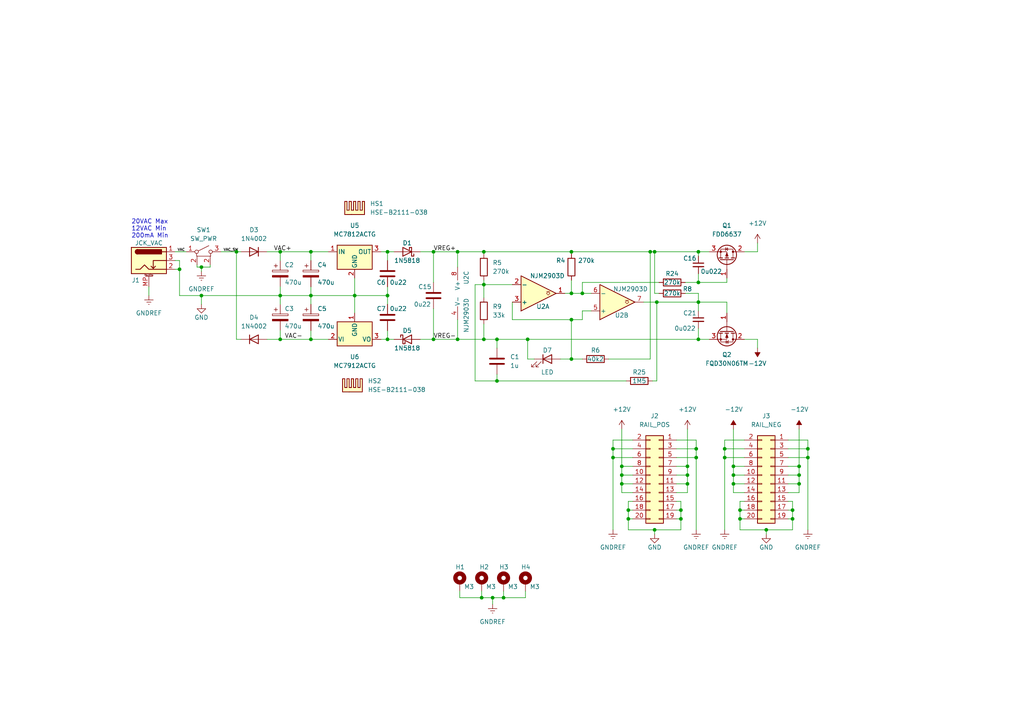
<source format=kicad_sch>
(kicad_sch (version 20211123) (generator eeschema)
  (paper "A4")
  (lib_symbols
    (symbol "Comparator:LM2903" (pin_names (offset 0.127))
      (property "Reference" "U" (at 3.81 3.81 0))
      (property "Value" "LM2903" (at 6.35 -3.81 0))
      (symbol "LM2903_1_1"
        (pin open_collector line (at 7.62 0 180) (length 2.54) (name "~") (number "1"))
        (pin input line (at -7.62 -2.54 0) (length 2.54) (name "-") (number "2"))
        (pin input line (at -7.62 2.54 0) (length 2.54) (name "+") (number "3"))
      )
      (symbol "LM2903_2_1"
        (pin input line (at -7.62 2.54 0) (length 2.54) (name "+") (number "5"))
        (pin input line (at -7.62 -2.54 0) (length 2.54) (name "-") (number "6"))
        (pin open_collector line (at 7.62 0 180) (length 2.54) (name "~") (number "7"))
      )
      (symbol "LM2903_3_1"
        (pin power_in line (at -2.54 -7.62 90) (length 3.81) (name "V-") (number "4"))
        (pin power_in line (at -2.54 7.62 270) (length 3.81) (name "V+") (number "8"))
      )
    )
    (symbol "Connector:Barrel_Jack_Switch_MountingPin" (pin_names hide)
      (property "Reference" "J" (at 0 5.334 0))
      (property "Value" "Barrel_Jack_Switch_MountingPin" (at 1.27 -6.35 0))
      (symbol "Barrel_Jack_Switch_MountingPin_1_1"
        (text "Mounting" (at 0 -4.191 0) (effects (font (size 0.381 0.381))))
        (pin passive line (at 7.62 2.54 180) (length 2.54) (name "~") (number "1"))
        (pin passive line (at 7.62 -2.54 180) (length 2.54) (name "~") (number "2"))
        (pin passive line (at 7.62 0 180) (length 2.54) (name "~") (number "3"))
        (pin passive line (at 0 -7.62 90) (length 3.048) (name "MountPin") (number "MP"))
      )
    )
    (symbol "Connector_Generic:Conn_02x10_Odd_Even" (pin_names (offset 1.016) hide)
      (property "Reference" "J" (at 1.27 12.7 0))
      (property "Value" "Conn_02x10_Odd_Even" (at 1.27 -15.24 0))
      (symbol "Conn_02x10_Odd_Even_1_1"
        (pin passive line (at -5.08 10.16 0) (length 3.81) (name "Pin_1") (number "1"))
        (pin passive line (at 7.62 0 180) (length 3.81) (name "Pin_10") (number "10"))
        (pin passive line (at -5.08 -2.54 0) (length 3.81) (name "Pin_11") (number "11"))
        (pin passive line (at 7.62 -2.54 180) (length 3.81) (name "Pin_12") (number "12"))
        (pin passive line (at -5.08 -5.08 0) (length 3.81) (name "Pin_13") (number "13"))
        (pin passive line (at 7.62 -5.08 180) (length 3.81) (name "Pin_14") (number "14"))
        (pin passive line (at -5.08 -7.62 0) (length 3.81) (name "Pin_15") (number "15"))
        (pin passive line (at 7.62 -7.62 180) (length 3.81) (name "Pin_16") (number "16"))
        (pin passive line (at -5.08 -10.16 0) (length 3.81) (name "Pin_17") (number "17"))
        (pin passive line (at 7.62 -10.16 180) (length 3.81) (name "Pin_18") (number "18"))
        (pin passive line (at -5.08 -12.7 0) (length 3.81) (name "Pin_19") (number "19"))
        (pin passive line (at 7.62 10.16 180) (length 3.81) (name "Pin_2") (number "2"))
        (pin passive line (at 7.62 -12.7 180) (length 3.81) (name "Pin_20") (number "20"))
        (pin passive line (at -5.08 7.62 0) (length 3.81) (name "Pin_3") (number "3"))
        (pin passive line (at 7.62 7.62 180) (length 3.81) (name "Pin_4") (number "4"))
        (pin passive line (at -5.08 5.08 0) (length 3.81) (name "Pin_5") (number "5"))
        (pin passive line (at 7.62 5.08 180) (length 3.81) (name "Pin_6") (number "6"))
        (pin passive line (at -5.08 2.54 0) (length 3.81) (name "Pin_7") (number "7"))
        (pin passive line (at 7.62 2.54 180) (length 3.81) (name "Pin_8") (number "8"))
        (pin passive line (at -5.08 0 0) (length 3.81) (name "Pin_9") (number "9"))
      )
    )
    (symbol "Device:C" (pin_numbers hide) (pin_names (offset 0.254))
      (property "Reference" "C" (at 0.635 2.54 0))
      (property "Value" "C" (at 0.635 -2.54 0))
      (symbol "C_1_1"
        (pin passive line (at 0 3.81 270) (length 2.794) (name "~") (number "1"))
        (pin passive line (at 0 -3.81 90) (length 2.794) (name "~") (number "2"))
      )
    )
    (symbol "Device:C_Polarized" (pin_numbers hide) (pin_names (offset 0.254))
      (property "Reference" "C" (at 0.635 2.54 0))
      (property "Value" "C_Polarized" (at 0.635 -2.54 0))
      (symbol "C_Polarized_1_1"
        (pin passive line (at 0 3.81 270) (length 2.794) (name "~") (number "1"))
        (pin passive line (at 0 -3.81 90) (length 2.794) (name "~") (number "2"))
      )
    )
    (symbol "Device:C_Small" (pin_numbers hide) (pin_names (offset 0.254) hide)
      (property "Reference" "C" (at 0.254 1.778 0))
      (property "Value" "C_Small" (at 0.254 -2.032 0))
      (symbol "C_Small_1_1"
        (pin passive line (at 0 2.54 270) (length 2.032) (name "~") (number "1"))
        (pin passive line (at 0 -2.54 90) (length 2.032) (name "~") (number "2"))
      )
    )
    (symbol "Device:LED" (pin_numbers hide) (pin_names (offset 1.016) hide)
      (property "Reference" "D" (at 0 2.54 0))
      (property "Value" "LED" (at 0 -2.54 0))
      (symbol "LED_1_1"
        (pin passive line (at -3.81 0 0) (length 2.54) (name "K") (number "1"))
        (pin passive line (at 3.81 0 180) (length 2.54) (name "A") (number "2"))
      )
    )
    (symbol "Device:Q_NMOS_GDS" (pin_names (offset 0) hide)
      (property "Reference" "Q" (at 5.08 1.27 0))
      (property "Value" "Q_NMOS_GDS" (at 5.08 -1.27 0))
      (symbol "Q_NMOS_GDS_1_1"
        (pin input line (at -5.08 0 0) (length 2.54) (name "G") (number "1"))
        (pin passive line (at 2.54 5.08 270) (length 2.54) (name "D") (number "2"))
        (pin passive line (at 2.54 -5.08 90) (length 2.54) (name "S") (number "3"))
      )
    )
    (symbol "Device:Q_PMOS_GDS" (pin_names (offset 0) hide)
      (property "Reference" "Q" (at 5.08 1.27 0))
      (property "Value" "Q_PMOS_GDS" (at 5.08 -1.27 0))
      (symbol "Q_PMOS_GDS_1_1"
        (pin input line (at -5.08 0 0) (length 2.54) (name "G") (number "1"))
        (pin passive line (at 2.54 5.08 270) (length 2.54) (name "D") (number "2"))
        (pin passive line (at 2.54 -5.08 90) (length 2.54) (name "S") (number "3"))
      )
    )
    (symbol "Device:R" (pin_numbers hide) (pin_names (offset 0))
      (property "Reference" "R" (at 2.032 0 90))
      (property "Value" "R" (at 0 0 90))
      (symbol "R_1_1"
        (pin passive line (at 0 3.81 270) (length 1.27) (name "~") (number "1"))
        (pin passive line (at 0 -3.81 90) (length 1.27) (name "~") (number "2"))
      )
    )
    (symbol "Diode:1N4002" (pin_numbers hide) (pin_names hide)
      (property "Reference" "D" (at 0 2.54 0))
      (property "Value" "1N4002" (at 0 -2.54 0))
      (symbol "1N4002_1_1"
        (pin passive line (at -3.81 0 0) (length 2.54) (name "K") (number "1"))
        (pin passive line (at 3.81 0 180) (length 2.54) (name "A") (number "2"))
      )
    )
    (symbol "Diode:1N5818" (pin_numbers hide) (pin_names (offset 1.016) hide)
      (property "Reference" "D" (at 0 2.54 0))
      (property "Value" "1N5818" (at 0 -2.54 0))
      (symbol "1N5818_1_1"
        (pin passive line (at -3.81 0 0) (length 2.54) (name "K") (number "1"))
        (pin passive line (at 3.81 0 180) (length 2.54) (name "A") (number "2"))
      )
    )
    (symbol "Mechanical:Heatsink" (pin_names (offset 1.016))
      (property "Reference" "HS" (at 0 5.08 0))
      (property "Value" "Heatsink" (at 0 -1.27 0))
    )
    (symbol "Mechanical:MountingHole_Pad" (pin_numbers hide) (pin_names (offset 1.016) hide)
      (property "Reference" "H" (at 0 6.35 0))
      (property "Value" "MountingHole_Pad" (at 0 4.445 0))
      (symbol "MountingHole_Pad_1_1"
        (pin input line (at 0 -2.54 90) (length 2.54) (name "1") (number "1"))
      )
    )
    (symbol "Regulator_Linear:L7812" (pin_names (offset 0.254))
      (property "Reference" "U" (at -3.81 3.175 0))
      (property "Value" "L7812" (at 0 3.175 0))
      (symbol "L7812_1_1"
        (pin power_in line (at -7.62 0 0) (length 2.54) (name "IN") (number "1"))
        (pin power_in line (at 0 -7.62 90) (length 2.54) (name "GND") (number "2"))
        (pin power_out line (at 7.62 0 180) (length 2.54) (name "OUT") (number "3"))
      )
    )
    (symbol "Regulator_Linear:L7912" (pin_names (offset 0.254))
      (property "Reference" "U" (at -3.81 -3.175 0))
      (property "Value" "L7912" (at 0 -3.175 0))
      (symbol "L7912_1_1"
        (pin power_in line (at 0 7.62 270) (length 2.54) (name "GND") (number "1"))
        (pin power_in line (at -7.62 0 0) (length 2.54) (name "VI") (number "2"))
        (pin power_out line (at 7.62 0 180) (length 2.54) (name "VO") (number "3"))
      )
    )
    (symbol "Switch:SW_SPST" (pin_names (offset 0) hide)
      (property "Reference" "SW1" (at 0 6.35 0))
      (property "Value" "SW_PWR" (at 0 3.81 0))
      (symbol "SW_SPST_0_0"
        (pin passive line (at 1.905 -3.81 90) (length 2.54) (name "MP") (number "2"))
        (pin passive line (at 5.08 0 180) (length 2.54) (name "B") (number "3"))
      )
      (symbol "SW_SPST_1_1"
        (pin passive line (at -5.08 0 0) (length 2.54) (name "A") (number "1"))
        (pin passive line (at -1.905 -3.81 90) (length 2.54) (name "MP") (number "2"))
      )
    )
    (symbol "power:+12V" (power) (pin_names (offset 0))
      (property "Value" "+12V" (at 0 3.556 0))
      (symbol "+12V_1_1"
        (pin power_in line (at 0 0 90) (length 0) hide (name "+12V") (number "1"))
      )
    )
    (symbol "power:-12V" (power) (pin_names (offset 0))
      (property "Value" "-12V" (at 0 3.81 0))
      (symbol "-12V_0_0"
        (pin power_in line (at 0 0 90) (length 0) hide (name "-12V") (number "1"))
      )
    )
    (symbol "power:GND" (power) (pin_names (offset 0))
      (property "Value" "GND" (at 0 -3.81 0))
      (symbol "GND_1_1"
        (pin power_in line (at 0 0 270) (length 0) hide (name "GND") (number "1"))
      )
    )
    (symbol "power:GNDREF" (power) (pin_names (offset 0))
      (property "Value" "GNDREF" (at 0 -3.81 0))
      (symbol "GNDREF_1_1"
        (pin power_in line (at 0 0 270) (length 0) hide (name "GNDREF") (number "1"))
      )
    )
  )
  (junction (at 180.34 137.795))
  (junction (at 188.595 73.025))
  (junction (at 177.8 132.715))
  (junction (at 189.865 73.025))
  (junction (at 90.17 73.025))
  (junction (at 202.565 81.915))
  (junction (at 144.145 98.425))
  (junction (at 202.565 87.63))
  (junction (at 153.035 98.425))
  (junction (at 139.7 173.355))
  (junction (at 231.775 135.255))
  (junction (at 214.63 150.495))
  (junction (at 165.735 92.71))
  (junction (at 197.485 147.955))
  (junction (at 182.245 147.955))
  (junction (at 197.485 150.495))
  (junction (at 189.865 153.67))
  (junction (at 212.725 140.335))
  (junction (at 140.335 73.025))
  (junction (at 210.185 130.175))
  (junction (at 182.245 150.495))
  (junction (at 144.145 110.49))
  (junction (at 58.42 77.47))
  (junction (at 201.93 132.715))
  (junction (at 180.34 140.335))
  (junction (at 180.34 135.255))
  (junction (at 90.17 85.725))
  (junction (at 90.17 98.425))
  (junction (at 52.07 78.105))
  (junction (at 68.58 73.025))
  (junction (at 102.87 85.725))
  (junction (at 58.42 85.725))
  (junction (at 165.735 85.09))
  (junction (at 146.05 173.355))
  (junction (at 222.25 153.67))
  (junction (at 202.565 98.425))
  (junction (at 168.91 85.09))
  (junction (at 112.395 73.025))
  (junction (at 212.725 137.795))
  (junction (at 199.39 140.335))
  (junction (at 140.335 98.425))
  (junction (at 212.725 135.255))
  (junction (at 132.715 73.025))
  (junction (at 112.395 85.725))
  (junction (at 201.93 130.175))
  (junction (at 81.28 73.025))
  (junction (at 229.87 147.955))
  (junction (at 132.715 98.425))
  (junction (at 231.775 137.795))
  (junction (at 125.73 73.025))
  (junction (at 112.395 98.425))
  (junction (at 81.28 98.425))
  (junction (at 229.87 150.495))
  (junction (at 190.5 87.63))
  (junction (at 210.185 132.715))
  (junction (at 234.315 130.175))
  (junction (at 140.335 82.55))
  (junction (at 214.63 147.955))
  (junction (at 199.39 137.795))
  (junction (at 177.8 130.175))
  (junction (at 81.28 85.725))
  (junction (at 142.875 173.355))
  (junction (at 199.39 135.255))
  (junction (at 165.735 104.14))
  (junction (at 231.775 140.335))
  (junction (at 165.735 73.025))
  (junction (at 234.315 132.715))
  (junction (at 125.73 98.425))
  (junction (at 202.565 73.025))
  (wire (pts (xy 144.145 110.49) (xy 137.795 110.49)))
  (wire (pts (xy 212.725 137.795) (xy 215.9 137.795)))
  (wire (pts (xy 112.395 83.185) (xy 112.395 85.725)))
  (wire (pts (xy 234.315 127.635) (xy 234.315 130.175)))
  (wire (pts (xy 201.93 130.175) (xy 196.215 130.175)))
  (wire (pts (xy 60.96 77.47) (xy 58.42 77.47)))
  (wire (pts (xy 210.185 127.635) (xy 210.185 130.175)))
  (wire (pts (xy 219.71 98.425) (xy 219.71 100.965)))
  (wire (pts (xy 182.245 153.67) (xy 189.865 153.67)))
  (wire (pts (xy 182.245 145.415) (xy 182.245 147.955)))
  (wire (pts (xy 229.87 145.415) (xy 229.87 147.955)))
  (wire (pts (xy 228.6 140.335) (xy 231.775 140.335)))
  (wire (pts (xy 202.565 79.375) (xy 202.565 81.915)))
  (wire (pts (xy 81.28 85.725) (xy 81.28 88.265)))
  (wire (pts (xy 139.7 171.45) (xy 139.7 173.355)))
  (wire (pts (xy 162.56 104.14) (xy 165.735 104.14)))
  (wire (pts (xy 212.725 142.875) (xy 212.725 140.335)))
  (wire (pts (xy 234.315 132.715) (xy 228.6 132.715)))
  (wire (pts (xy 132.715 98.425) (xy 125.73 98.425)))
  (wire (pts (xy 219.71 70.485) (xy 219.71 73.025)))
  (wire (pts (xy 210.82 80.645) (xy 210.82 81.915)))
  (wire (pts (xy 102.87 85.725) (xy 102.87 90.805)))
  (wire (pts (xy 132.715 73.025) (xy 125.73 73.025)))
  (wire (pts (xy 229.87 147.955) (xy 229.87 150.495)))
  (wire (pts (xy 212.725 135.255) (xy 215.9 135.255)))
  (wire (pts (xy 229.87 153.67) (xy 222.25 153.67)))
  (wire (pts (xy 112.395 85.725) (xy 112.395 88.265)))
  (wire (pts (xy 215.9 98.425) (xy 219.71 98.425)))
  (wire (pts (xy 140.335 73.66) (xy 140.335 73.025)))
  (wire (pts (xy 50.8 75.565) (xy 52.07 75.565)))
  (wire (pts (xy 214.63 153.67) (xy 222.25 153.67)))
  (wire (pts (xy 199.39 135.255) (xy 199.39 124.46)))
  (wire (pts (xy 125.73 73.025) (xy 121.92 73.025)))
  (wire (pts (xy 199.39 140.335) (xy 199.39 137.795)))
  (wire (pts (xy 140.335 73.025) (xy 165.735 73.025)))
  (wire (pts (xy 152.4 173.355) (xy 152.4 171.45)))
  (wire (pts (xy 212.725 140.335) (xy 212.725 137.795)))
  (wire (pts (xy 90.17 85.725) (xy 90.17 88.265)))
  (wire (pts (xy 90.17 73.025) (xy 90.17 75.565)))
  (wire (pts (xy 57.15 76.835) (xy 57.15 77.47)))
  (wire (pts (xy 212.725 135.255) (xy 212.725 124.46)))
  (wire (pts (xy 50.8 73.025) (xy 53.975 73.025)))
  (wire (pts (xy 153.035 104.14) (xy 153.035 98.425)))
  (wire (pts (xy 177.8 132.715) (xy 177.8 153.67)))
  (wire (pts (xy 196.215 135.255) (xy 199.39 135.255)))
  (wire (pts (xy 186.69 87.63) (xy 190.5 87.63)))
  (wire (pts (xy 228.6 150.495) (xy 229.87 150.495)))
  (wire (pts (xy 133.35 173.355) (xy 139.7 173.355)))
  (wire (pts (xy 214.63 150.495) (xy 215.9 150.495)))
  (wire (pts (xy 125.73 73.025) (xy 125.73 81.915)))
  (wire (pts (xy 215.9 73.025) (xy 219.71 73.025)))
  (wire (pts (xy 197.485 150.495) (xy 197.485 153.67)))
  (wire (pts (xy 140.335 73.025) (xy 132.715 73.025)))
  (wire (pts (xy 68.58 98.425) (xy 69.85 98.425)))
  (wire (pts (xy 180.34 142.875) (xy 180.34 140.335)))
  (wire (pts (xy 137.795 110.49) (xy 137.795 82.55)))
  (wire (pts (xy 188.595 73.025) (xy 188.595 104.14)))
  (wire (pts (xy 202.565 87.63) (xy 210.82 87.63)))
  (wire (pts (xy 201.93 127.635) (xy 201.93 130.175)))
  (wire (pts (xy 168.91 90.17) (xy 171.45 90.17)))
  (wire (pts (xy 231.775 142.875) (xy 231.775 140.335)))
  (wire (pts (xy 177.8 132.715) (xy 183.515 132.715)))
  (wire (pts (xy 148.59 87.63) (xy 148.59 92.71)))
  (wire (pts (xy 177.8 130.175) (xy 177.8 132.715)))
  (wire (pts (xy 196.215 140.335) (xy 199.39 140.335)))
  (wire (pts (xy 132.715 77.47) (xy 132.715 73.025)))
  (wire (pts (xy 198.755 85.09) (xy 202.565 85.09)))
  (wire (pts (xy 50.8 78.105) (xy 52.07 78.105)))
  (wire (pts (xy 180.34 137.795) (xy 180.34 135.255)))
  (wire (pts (xy 165.735 104.14) (xy 168.91 104.14)))
  (wire (pts (xy 144.145 100.965) (xy 144.145 98.425)))
  (wire (pts (xy 180.34 135.255) (xy 183.515 135.255)))
  (wire (pts (xy 165.735 73.025) (xy 165.735 73.66)))
  (wire (pts (xy 210.185 130.175) (xy 215.9 130.175)))
  (wire (pts (xy 202.565 73.025) (xy 205.74 73.025)))
  (wire (pts (xy 110.49 73.025) (xy 112.395 73.025)))
  (wire (pts (xy 222.25 154.94) (xy 222.25 153.67)))
  (wire (pts (xy 112.395 73.025) (xy 114.3 73.025)))
  (wire (pts (xy 142.875 173.355) (xy 142.875 175.26)))
  (wire (pts (xy 60.96 76.835) (xy 60.96 77.47)))
  (wire (pts (xy 144.145 98.425) (xy 153.035 98.425)))
  (wire (pts (xy 228.6 147.955) (xy 229.87 147.955)))
  (wire (pts (xy 176.53 104.14) (xy 188.595 104.14)))
  (wire (pts (xy 210.185 132.715) (xy 215.9 132.715)))
  (wire (pts (xy 58.42 85.725) (xy 81.28 85.725)))
  (wire (pts (xy 168.91 92.71) (xy 168.91 90.17)))
  (wire (pts (xy 189.23 110.49) (xy 190.5 110.49)))
  (wire (pts (xy 168.91 81.915) (xy 168.91 85.09)))
  (wire (pts (xy 190.5 87.63) (xy 202.565 87.63)))
  (wire (pts (xy 102.87 85.725) (xy 112.395 85.725)))
  (wire (pts (xy 133.35 171.45) (xy 133.35 173.355)))
  (wire (pts (xy 210.185 132.715) (xy 210.185 153.67)))
  (wire (pts (xy 110.49 98.425) (xy 112.395 98.425)))
  (wire (pts (xy 68.58 73.025) (xy 68.58 98.425)))
  (wire (pts (xy 201.93 132.715) (xy 196.215 132.715)))
  (wire (pts (xy 43.18 83.185) (xy 43.18 85.725)))
  (wire (pts (xy 196.215 142.875) (xy 199.39 142.875)))
  (wire (pts (xy 58.42 85.725) (xy 58.42 88.265)))
  (wire (pts (xy 229.87 150.495) (xy 229.87 153.67)))
  (wire (pts (xy 144.145 110.49) (xy 181.61 110.49)))
  (wire (pts (xy 189.865 73.025) (xy 202.565 73.025)))
  (wire (pts (xy 202.565 85.09) (xy 202.565 87.63)))
  (wire (pts (xy 231.775 137.795) (xy 231.775 135.255)))
  (wire (pts (xy 90.17 95.885) (xy 90.17 98.425)))
  (wire (pts (xy 148.59 92.71) (xy 165.735 92.71)))
  (wire (pts (xy 199.39 142.875) (xy 199.39 140.335)))
  (wire (pts (xy 139.7 173.355) (xy 142.875 173.355)))
  (wire (pts (xy 202.565 98.425) (xy 205.74 98.425)))
  (wire (pts (xy 165.735 92.71) (xy 168.91 92.71)))
  (wire (pts (xy 180.34 140.335) (xy 180.34 137.795)))
  (wire (pts (xy 234.315 130.175) (xy 234.315 132.715)))
  (wire (pts (xy 228.6 142.875) (xy 231.775 142.875)))
  (wire (pts (xy 180.34 140.335) (xy 183.515 140.335)))
  (wire (pts (xy 102.87 80.645) (xy 102.87 85.725)))
  (wire (pts (xy 177.8 130.175) (xy 183.515 130.175)))
  (wire (pts (xy 215.9 142.875) (xy 212.725 142.875)))
  (wire (pts (xy 214.63 150.495) (xy 214.63 153.67)))
  (wire (pts (xy 231.775 140.335) (xy 231.775 137.795)))
  (wire (pts (xy 198.755 81.915) (xy 202.565 81.915)))
  (wire (pts (xy 182.245 147.955) (xy 182.245 150.495)))
  (wire (pts (xy 214.63 147.955) (xy 215.9 147.955)))
  (wire (pts (xy 197.485 153.67) (xy 189.865 153.67)))
  (wire (pts (xy 215.9 127.635) (xy 210.185 127.635)))
  (wire (pts (xy 180.34 135.255) (xy 180.34 124.46)))
  (wire (pts (xy 189.865 154.94) (xy 189.865 153.67)))
  (wire (pts (xy 58.42 85.725) (xy 52.07 85.725)))
  (wire (pts (xy 132.715 92.71) (xy 132.715 98.425)))
  (wire (pts (xy 81.28 95.885) (xy 81.28 98.425)))
  (wire (pts (xy 81.28 85.725) (xy 90.17 85.725)))
  (wire (pts (xy 58.42 77.47) (xy 57.15 77.47)))
  (wire (pts (xy 183.515 127.635) (xy 177.8 127.635)))
  (wire (pts (xy 81.28 98.425) (xy 90.17 98.425)))
  (wire (pts (xy 183.515 145.415) (xy 182.245 145.415)))
  (wire (pts (xy 140.335 82.55) (xy 148.59 82.55)))
  (wire (pts (xy 196.215 150.495) (xy 197.485 150.495)))
  (wire (pts (xy 90.17 83.185) (xy 90.17 85.725)))
  (wire (pts (xy 90.17 98.425) (xy 95.25 98.425)))
  (wire (pts (xy 214.63 147.955) (xy 214.63 150.495)))
  (wire (pts (xy 77.47 98.425) (xy 81.28 98.425)))
  (wire (pts (xy 196.215 127.635) (xy 201.93 127.635)))
  (wire (pts (xy 146.05 171.45) (xy 146.05 173.355)))
  (wire (pts (xy 212.725 137.795) (xy 212.725 135.255)))
  (wire (pts (xy 144.145 98.425) (xy 140.335 98.425)))
  (wire (pts (xy 64.135 73.025) (xy 68.58 73.025)))
  (wire (pts (xy 112.395 95.885) (xy 112.395 98.425)))
  (wire (pts (xy 153.035 98.425) (xy 202.565 98.425)))
  (wire (pts (xy 210.185 130.175) (xy 210.185 132.715)))
  (wire (pts (xy 58.42 77.47) (xy 58.42 78.74)))
  (wire (pts (xy 140.335 98.425) (xy 132.715 98.425)))
  (wire (pts (xy 140.335 82.55) (xy 140.335 86.36)))
  (wire (pts (xy 228.6 145.415) (xy 229.87 145.415)))
  (wire (pts (xy 189.865 73.025) (xy 189.865 85.09)))
  (wire (pts (xy 81.28 83.185) (xy 81.28 85.725)))
  (wire (pts (xy 190.5 110.49) (xy 190.5 87.63)))
  (wire (pts (xy 165.735 73.025) (xy 188.595 73.025)))
  (wire (pts (xy 168.91 81.915) (xy 191.135 81.915)))
  (wire (pts (xy 125.73 98.425) (xy 121.92 98.425)))
  (wire (pts (xy 202.565 95.25) (xy 202.565 98.425)))
  (wire (pts (xy 197.485 145.415) (xy 197.485 147.955)))
  (wire (pts (xy 196.215 137.795) (xy 199.39 137.795)))
  (wire (pts (xy 228.6 137.795) (xy 231.775 137.795)))
  (wire (pts (xy 188.595 73.025) (xy 189.865 73.025)))
  (wire (pts (xy 177.8 127.635) (xy 177.8 130.175)))
  (wire (pts (xy 165.735 92.71) (xy 165.735 104.14)))
  (wire (pts (xy 197.485 147.955) (xy 197.485 150.495)))
  (wire (pts (xy 182.245 150.495) (xy 183.515 150.495)))
  (wire (pts (xy 215.9 145.415) (xy 214.63 145.415)))
  (wire (pts (xy 90.17 85.725) (xy 102.87 85.725)))
  (wire (pts (xy 202.565 87.63) (xy 202.565 90.17)))
  (wire (pts (xy 112.395 98.425) (xy 114.3 98.425)))
  (wire (pts (xy 137.795 82.55) (xy 140.335 82.55)))
  (wire (pts (xy 202.565 81.915) (xy 210.82 81.915)))
  (wire (pts (xy 231.775 135.255) (xy 231.775 124.46)))
  (wire (pts (xy 214.63 145.415) (xy 214.63 147.955)))
  (wire (pts (xy 165.735 81.28) (xy 165.735 85.09)))
  (wire (pts (xy 228.6 135.255) (xy 231.775 135.255)))
  (wire (pts (xy 125.73 89.535) (xy 125.73 98.425)))
  (wire (pts (xy 81.28 73.025) (xy 90.17 73.025)))
  (wire (pts (xy 140.335 81.28) (xy 140.335 82.55)))
  (wire (pts (xy 140.335 93.98) (xy 140.335 98.425)))
  (wire (pts (xy 168.91 85.09) (xy 171.45 85.09)))
  (wire (pts (xy 154.94 104.14) (xy 153.035 104.14)))
  (wire (pts (xy 196.215 147.955) (xy 197.485 147.955)))
  (wire (pts (xy 165.735 85.09) (xy 168.91 85.09)))
  (wire (pts (xy 77.47 73.025) (xy 81.28 73.025)))
  (wire (pts (xy 182.245 150.495) (xy 182.245 153.67)))
  (wire (pts (xy 68.58 73.025) (xy 69.85 73.025)))
  (wire (pts (xy 202.565 73.025) (xy 202.565 74.295)))
  (wire (pts (xy 201.93 132.715) (xy 201.93 153.67)))
  (wire (pts (xy 52.07 85.725) (xy 52.07 78.105)))
  (wire (pts (xy 90.17 73.025) (xy 95.25 73.025)))
  (wire (pts (xy 182.245 147.955) (xy 183.515 147.955)))
  (wire (pts (xy 234.315 132.715) (xy 234.315 153.67)))
  (wire (pts (xy 234.315 130.175) (xy 228.6 130.175)))
  (wire (pts (xy 199.39 137.795) (xy 199.39 135.255)))
  (wire (pts (xy 210.82 87.63) (xy 210.82 90.805)))
  (wire (pts (xy 228.6 127.635) (xy 234.315 127.635)))
  (wire (pts (xy 189.865 85.09) (xy 191.135 85.09)))
  (wire (pts (xy 52.07 75.565) (xy 52.07 78.105)))
  (wire (pts (xy 142.875 173.355) (xy 146.05 173.355)))
  (wire (pts (xy 81.28 73.025) (xy 81.28 75.565)))
  (wire (pts (xy 180.34 137.795) (xy 183.515 137.795)))
  (wire (pts (xy 146.05 173.355) (xy 152.4 173.355)))
  (wire (pts (xy 201.93 130.175) (xy 201.93 132.715)))
  (wire (pts (xy 212.725 140.335) (xy 215.9 140.335)))
  (wire (pts (xy 112.395 73.025) (xy 112.395 75.565)))
  (wire (pts (xy 196.215 145.415) (xy 197.485 145.415)))
  (wire (pts (xy 163.83 85.09) (xy 165.735 85.09)))
  (wire (pts (xy 183.515 142.875) (xy 180.34 142.875)))
  (wire (pts (xy 144.145 108.585) (xy 144.145 110.49)))
  (text "20VAC Max\n12VAC Min\n200mA Min" (at 38.1 69.215 0) (effects (font (size 1.27 1.27)) (justify left bottom)))
  (label "VREG-" (at 125.73 98.425 0))
  (label "VAC-" (at 82.55 98.425 0))
  (label "VAC+" (at 79.375 73.025 0))
  (label "VAC" (at 51.435 73.025 0) (effects (font (size 0.75 0.75))))
  (label "VREG+" (at 125.73 73.025 0))
  (label "VAC_SW" (at 64.77 73.025 0) (effects (font (size 0.75 0.75))))
  (symbol (lib_id "power:GND") (at 222.25 154.94 0) (unit 1)
    (property "Reference" "#PWR0112" (effects hide))
    (property "Value" "GND" (at 222.25 158.75 0))
  )
  (symbol (lib_id "Device:C") (at 144.145 104.775 0) (unit 1)
    (property "Reference" "C1" (at 147.955 103.5049 0) (effects (justify left)))
    (property "Value" "1u" (at 147.955 106.0449 0) (effects (justify left)))
    (property "Footprint" "Capacitor_THT:C_Disc_D5.0mm_W2.5mm_P2.50mm" (effects hide))
    (property "Datasheet" "https://www.vishay.com/docs/45171/kseries.pdf" (effects hide))
    (property "Original Part" "K105Z20Y5VF5TL2" (effects hide))
    (property "Manufacturer" "Vishay Beyschlag/Draloric/BC Components" (effects hide))
    (property "Manufacturer Part Number" "K105Z20Y5VF5TL2" (effects hide))
    (property "Supplier Part Number" "BC1162CT-ND" (effects hide))
    (property "Supplier" "Digi-Key" (effects hide))
  )
  (symbol (lib_id "Device:R") (at 140.335 90.17 0) (unit 1)
    (property "Reference" "R9" (at 142.875 88.8999 0) (effects (justify left)))
    (property "Value" "33k" (at 142.875 91.4399 0) (effects (justify left)))
    (property "Footprint" "Resistor_THT:R_Axial_DIN0207_L6.3mm_D2.5mm_P10.16mm_Horizontal" (effects hide))
    (property "Datasheet" "https://www.yageo.com/upload/media/product/productsearch/datasheet/lr/YAGEO%20MFP_datasheet_2021v0.pdf" (effects hide))
    (property "Original Part" "270-33.2K-RC" (effects hide))
    (property "Manufacturer" "YAGEO" (effects hide))
    (property "Manufacturer Part Number" "MFP-25BRD52-33K" (effects hide))
    (property "Supplier Part Number" "33KADCT-ND" (effects hide))
    (property "Supplier" "Digi-Key" (effects hide))
  )
  (symbol (lib_id "Mechanical:Heatsink") (at 102.235 113.665 0) (unit 1)
    (property "Reference" "HS2" (at 106.68 110.4899 0) (effects (justify left)))
    (property "Value" "HSE-B2111-038" (at 106.68 113.0299 0) (effects (justify left)))
    (property "Footprint" "uAmp-O2-Library:Heatsink_CUI_HSE-B2111-038" (effects hide))
    (property "Datasheet" "https://www.cuidevices.com/product/resource/hse-bx-01.pdf" (effects hide))
    (property "Manufacturer" "CUI Devices" (effects hide))
    (property "Manufacturer Part Number" "HSE-B2111-038" (effects hide))
    (property "Supplier" "Digi-Key" (effects hide))
    (property "Supplier Part Number" "102-4226-ND" (effects hide))
  )
  (symbol (lib_id "Mechanical:Heatsink") (at 102.87 62.23 0) (unit 1)
    (property "Reference" "HS1" (at 107.315 59.0549 0) (effects (justify left)))
    (property "Value" "HSE-B2111-038" (at 107.315 61.5949 0) (effects (justify left)))
    (property "Footprint" "uAmp-O2-Library:Heatsink_CUI_HSE-B2111-038" (effects hide))
    (property "Datasheet" "https://www.cuidevices.com/product/resource/hse-bx-01.pdf" (effects hide))
    (property "Manufacturer" "CUI Devices" (effects hide))
    (property "Manufacturer Part Number" "HSE-B2111-038" (effects hide))
    (property "Supplier" "Digi-Key" (effects hide))
    (property "Supplier Part Number" "102-4226-ND" (effects hide))
  )
  (symbol (lib_id "Device:C_Polarized") (at 90.17 92.075 0) (unit 1)
    (property "Reference" "C5" (at 92.075 89.535 0) (effects (justify left)))
    (property "Value" "470u" (at 92.075 94.615 0) (effects (justify left)))
    (property "Footprint" "Capacitor_THT:CP_Radial_D12.5mm_P5.00mm" (effects hide))
    (property "Datasheet" "https://www.chemi-con.co.jp/products/relatedfiles/capacitor/catalog/KY-LL-e.PDF" (effects hide))
    (property "Original Part" "REA471M1VBK-1016P" (effects hide))
    (property "Manufacturer" "United Chemi-Con" (effects hide))
    (property "Manufacturer Part Number" "EKY-350ELL471MK15S" (effects hide))
    (property "Supplier Part Number" "565-EKY-350ELL471MK15S-ND" (effects hide))
    (property "Supplier" "Digi-Key" (effects hide))
  )
  (symbol (lib_id "Device:C") (at 112.395 79.375 0) (unit 1)
    (property "Reference" "C6" (at 109.22 81.915 0) (effects (justify left)))
    (property "Value" "0u22" (at 113.03 81.915 0) (effects (justify left)))
    (property "Footprint" "Capacitor_THT:C_Rect_L7.2mm_W2.5mm_P5.00mm_FKS2_FKP2_MKS2_MKP2" (effects hide))
    (property "Datasheet" "https://product.tdk.com/en/system/files?file=dam/doc/product/capacitor/film/mkt/data_sheet/20/20/db/fc_2009/b32520_529.pdf" (effects hide))
    (property "Original Part" "B32529C224K" (effects hide))
    (property "Manufacturer" "EPCOS - TDK Electronics" (effects hide))
    (property "Manufacturer Part Number" "B32529C0224K289" (effects hide))
    (property "Supplier Part Number" "495-75657-1-ND" (effects hide))
    (property "Supplier" "Digi-Key" (effects hide))
  )
  (symbol (lib_id "power:GNDREF") (at 43.18 85.725 0) (unit 1)
    (property "Reference" "#PWR0113" (effects hide))
    (property "Value" "GNDREF" (at 43.18 90.805 0))
  )
  (symbol (lib_id "Diode:1N5818") (at 118.11 73.025 180) (unit 1)
    (property "Reference" "D1" (at 118.11 70.485 0))
    (property "Value" "1N5818" (at 118.11 75.565 0))
    (property "Footprint" "Diode_THT:D_DO-41_SOD81_P3.81mm_Vertical_AnodeUp" (effects hide))
    (property "Datasheet" "http://www.vishay.com/docs/88525/1n5817.pdf" (effects hide))
    (property "Manufacturer" "STMicroelectronics" (effects hide))
    (property "Manufacturer Part Number" "1N5818" (effects hide))
    (property "Original Part" "1N5818" (effects hide))
    (property "Supplier Part Number" "497-4548-1-ND" (effects hide))
    (property "Supplier" "Digi-Key" (effects hide))
  )
  (symbol (lib_id "power:GND") (at 58.42 88.265 0) (unit 1)
    (property "Reference" "#PWR0111" (effects hide))
    (property "Value" "GND" (at 58.42 92.075 0))
  )
  (symbol (lib_id "power:+12V") (at 219.71 70.485 0) (unit 1)
    (property "Reference" "#PWR0101" (effects hide))
    (property "Value" "+12V" (at 219.71 64.77 0))
  )
  (symbol (lib_id "power:-12V") (at 231.775 124.46 0) (unit 1)
    (property "Reference" "#PWR0110" (effects hide))
    (property "Value" "-12V" (at 229.235 118.745 0) (effects (justify left)))
  )
  (symbol (lib_id "Device:C") (at 125.73 85.725 0) (unit 1)
    (property "Reference" "C15" (at 121.285 83.185 0) (effects (justify left)))
    (property "Value" "0u22" (at 120.015 88.265 0) (effects (justify left)))
    (property "Footprint" "Capacitor_THT:C_Rect_L7.2mm_W2.5mm_P5.00mm_FKS2_FKP2_MKS2_MKP2" (effects hide))
    (property "Datasheet" "https://product.tdk.com/en/system/files?file=dam/doc/product/capacitor/film/mkt/data_sheet/20/20/db/fc_2009/b32520_529.pdf" (effects hide))
    (property "Original Part" "B32529C224K" (effects hide))
    (property "Manufacturer" "EPCOS - TDK Electronics" (effects hide))
    (property "Manufacturer Part Number" "B32529C0224K289" (effects hide))
    (property "Supplier Part Number" "495-75657-1-ND" (effects hide))
    (property "Supplier" "Digi-Key" (effects hide))
  )
  (symbol (lib_id "Device:LED") (at 158.75 104.14 0) (unit 1)
    (property "Reference" "D7" (at 158.75 101.6 0))
    (property "Value" "LED" (at 158.75 107.95 0))
    (property "Footprint" "uAmp-O2-Library:LED_Dialight_551" (effects hide))
    (property "Datasheet" "https://media.digikey.com/pdf/Data%20Sheets/Dialight%20PDFs/551-xx07F.pdf" (effects hide))
    (property "Manufacturer" "Dialight" (effects hide))
    (property "Manufacturer Part Number" "5510407F" (effects hide))
    (property "Original Part" "MV5764.MP4B" (effects hide))
    (property "Supplier Part Number" "350-1812-ND" (effects hide))
    (property "Supplier" "Digi-Key" (effects hide))
  )
  (symbol (lib_id "Device:C_Polarized") (at 81.28 79.375 0) (unit 1)
    (property "Reference" "C2" (at 82.55 76.835 0) (effects (justify left)))
    (property "Value" "470u" (at 82.55 81.915 0) (effects (justify left)))
    (property "Footprint" "Capacitor_THT:CP_Radial_D12.5mm_P5.00mm" (effects hide))
    (property "Datasheet" "https://www.chemi-con.co.jp/products/relatedfiles/capacitor/catalog/KY-LL-e.PDF" (effects hide))
    (property "Original Part" "REA471M1VBK-1016P" (effects hide))
    (property "Manufacturer" "United Chemi-Con" (effects hide))
    (property "Manufacturer Part Number" "EKY-350ELL471MK15S" (effects hide))
    (property "Supplier Part Number" "565-EKY-350ELL471MK15S-ND" (effects hide))
    (property "Supplier" "Digi-Key" (effects hide))
  )
  (symbol (lib_id "Connector_Generic:Conn_02x10_Odd_Even") (at 191.135 137.795 0) (mirror y) (unit 1)
    (property "Reference" "J2" (at 189.865 120.65 0))
    (property "Value" "RAIL_POS" (at 189.865 123.19 0))
    (property "Footprint" "Connector_PinSocket_2.54mm:PinSocket_2x10_P2.54mm_Vertical" (effects hide))
  )
  (symbol (lib_id "Comparator:LM2903") (at 156.21 85.09 0) (mirror x) (unit 1)
    (property "Reference" "U2" (at 157.48 88.9 0))
    (property "Value" "NJM2903D" (at 158.75 80.01 0))
    (property "Footprint" "Package_DIP:DIP-8_W7.62mm_Socket_LongPads" (effects hide))
    (property "Datasheet" "https://media.digikey.com/pdf/Data%20Sheets/NJR%20PDFs/NJM2403,2903.pdf" (effects hide))
    (property "Original Part" "NJM2903D" (effects hide))
    (property "Manufacturer" "Nisshinbo Micro Devices Inc." (effects hide))
    (property "Manufacturer Part Number" "NJM2903D" (effects hide))
    (property "Supplier Part Number" "2129-NJM2903D-ND" (effects hide))
    (property "Supplier" "Digi-Key" (effects hide))
  )
  (symbol (lib_id "power:-12V") (at 219.71 100.965 180) (unit 1)
    (property "Reference" "#PWR0103" (effects hide))
    (property "Value" "-12V" (at 219.71 105.41 0))
  )
  (symbol (lib_id "Device:R") (at 194.945 81.915 90) (unit 1)
    (property "Reference" "R24" (at 194.945 79.375 90))
    (property "Value" "270k" (at 194.945 81.915 90))
    (property "Footprint" "Resistor_THT:R_Axial_DIN0207_L6.3mm_D2.5mm_P10.16mm_Horizontal" (effects hide))
    (property "Datasheet" "https://www.vishay.com/docs/30260/hvr2537.pdf" (effects hide))
    (property "Original Part" "270-270K-RC" (effects hide))
    (property "Manufacturer" "Vishay Beyschlag/Draloric/BC Components" (effects hide))
    (property "Manufacturer Part Number" "HVR2500002703FR500" (effects hide))
    (property "Supplier Part Number" "PPCQF270KCT-ND" (effects hide))
    (property "Supplier" "Digi-Key" (effects hide))
  )
  (symbol (lib_id "Device:C_Small") (at 202.565 76.835 0) (unit 1)
    (property "Reference" "C16" (at 198.12 74.93 0) (effects (justify left)))
    (property "Value" "0u022" (at 203.2 78.74 0) (effects (justify left)))
    (property "Footprint" "Capacitor_THT:C_Disc_D5.0mm_W2.5mm_P5.00mm" (effects hide))
    (property "Original Part" "SR211E223MAA" (effects hide))
    (property "Manufacturer" "TDK Corporation" (effects hide))
    (property "Manufacturer Part Number" "FK28X7R1H223KN000" (effects hide))
    (property "Supplier Part Number" "445-FK28X7R1H223KN000-ND" (effects hide))
    (property "Supplier" "Digi-Key" (effects hide))
  )
  (symbol (lib_id "Regulator_Linear:L7912") (at 102.87 98.425 0) (unit 1)
    (property "Reference" "U6" (at 102.87 103.505 0))
    (property "Value" "MC7912ACTG" (at 102.87 106.045 0))
    (property "Footprint" "Package_TO_SOT_THT:TO-220-3_Vertical" (effects hide))
    (property "Datasheet" "https://www.onsemi.com/pdf/datasheet/mc7900-d.pdf" (effects hide))
    (property "Original Part" "MC7912ACTG" (effects hide))
    (property "Manufacturer" "onsemi" (effects hide))
    (property "Manufacturer Part Number" "MC7912ACTG" (effects hide))
    (property "Supplier" "Digi-Key" (effects hide))
    (property "Supplier Part Number" "MC7912ACTGOS-ND" (effects hide))
  )
  (symbol (lib_id "power:GND") (at 189.865 154.94 0) (unit 1)
    (property "Reference" "#PWR0116" (effects hide))
    (property "Value" "GND" (at 189.865 158.75 0))
  )
  (symbol (lib_id "Device:C_Polarized") (at 90.17 79.375 0) (unit 1)
    (property "Reference" "C4" (at 92.075 76.835 0) (effects (justify left)))
    (property "Value" "470u" (at 92.075 81.915 0) (effects (justify left)))
    (property "Footprint" "Capacitor_THT:CP_Radial_D12.5mm_P5.00mm" (effects hide))
    (property "Datasheet" "https://www.chemi-con.co.jp/products/relatedfiles/capacitor/catalog/KY-LL-e.PDF" (effects hide))
    (property "Original Part" "REA471M1VBK-1016P" (effects hide))
    (property "Manufacturer" "United Chemi-Con" (effects hide))
    (property "Manufacturer Part Number" "EKY-350ELL471MK15S" (effects hide))
    (property "Supplier Part Number" "565-EKY-350ELL471MK15S-ND" (effects hide))
    (property "Supplier" "Digi-Key" (effects hide))
  )
  (symbol (lib_id "Device:Q_NMOS_GDS") (at 210.82 95.885 270) (unit 1)
    (property "Reference" "Q2" (at 210.82 102.87 90))
    (property "Value" "FQD30N06TM" (at 210.82 105.41 90))
    (property "Footprint" "Package_TO_SOT_SMD:TO-252-2" (effects hide))
    (property "Original Part" "FQPF10N20C" (effects hide))
    (property "Manufacturer" "onsemi" (effects hide))
    (property "Manufacturer Part Number" "FQD30N06TM" (effects hide))
    (property "Supplier Part Number" "FQD30N06TMCT-ND" (effects hide))
    (property "Supplier" "Digi-Key" (effects hide))
  )
  (symbol (lib_id "power:GNDREF") (at 142.875 175.26 0) (unit 1)
    (property "Reference" "#PWR0104" (effects hide))
    (property "Value" "GNDREF" (at 142.875 180.34 0))
  )
  (symbol (lib_id "Device:Q_PMOS_GDS") (at 210.82 75.565 270) (mirror x) (unit 1)
    (property "Reference" "Q1" (at 210.82 65.405 90))
    (property "Value" "FDD6637" (at 210.82 67.945 90))
    (property "Footprint" "Package_TO_SOT_SMD:TO-252-2" (effects hide))
    (property "Datasheet" "https://www.onsemi.com/pdf/datasheet/fdd6637-d.pdf" (effects hide))
    (property "Original Part" "FQU11P06TU" (effects hide))
    (property "Manufacturer" "onsemi" (effects hide))
    (property "Manufacturer Part Number" "FDD6637" (effects hide))
    (property "Supplier Part Number" "FDD6637CT-ND" (effects hide))
    (property "Supplier" "Digi-Key" (effects hide))
  )
  (symbol (lib_id "power:GNDREF") (at 201.93 153.67 0) (mirror y) (unit 1)
    (property "Reference" "#PWR0117" (effects hide))
    (property "Value" "GNDREF" (at 201.93 158.75 0))
  )
  (symbol (lib_id "Switch:SW_SPST") (at 59.055 73.025 0) (unit 1)
    (property "Reference" "SW1" (at 59.055 66.675 0))
    (property "Value" "SW_PWR" (at 59.055 69.215 0))
    (property "Footprint" "uAmp-O2-power-Library:Switch_SPST_eSwitch_800A-WSP9-M6" (effects hide))
    (property "Datasheet" "https://sten-eswitch-13110800-production.s3.amazonaws.com/system/asset/product_line/data_sheet/30/800A.pdf" (effects hide))
    (property "Manufacturer" "E-Switch" (effects hide))
    (property "Manufacturer Part Number" "800AWSP9M6QE" (effects hide))
    (property "Supplier" "Digi-Key" (effects hide))
    (property "Supplier Part Number" "EG2607-ND" (effects hide))
  )
  (symbol (lib_id "Diode:1N5818") (at 118.11 98.425 0) (unit 1)
    (property "Reference" "D5" (at 118.11 95.885 0))
    (property "Value" "1N5818" (at 118.11 100.965 0))
    (property "Footprint" "Diode_THT:D_DO-41_SOD81_P3.81mm_Vertical_AnodeUp" (effects hide))
    (property "Datasheet" "http://www.vishay.com/docs/88525/1n5817.pdf" (effects hide))
    (property "Manufacturer" "STMicroelectronics" (effects hide))
    (property "Manufacturer Part Number" "1N5818" (effects hide))
    (property "Original Part" "1N5818" (effects hide))
    (property "Supplier Part Number" "497-4548-1-ND" (effects hide))
    (property "Supplier" "Digi-Key" (effects hide))
  )
  (symbol (lib_id "Device:C_Small") (at 202.565 92.71 0) (unit 1)
    (property "Reference" "C21" (at 198.12 90.805 0) (effects (justify left)))
    (property "Value" "0u022" (at 195.58 95.25 0) (effects (justify left)))
    (property "Footprint" "Capacitor_THT:C_Disc_D5.0mm_W2.5mm_P5.00mm" (effects hide))
    (property "Original Part" "SR211E223MAA" (effects hide))
    (property "Manufacturer" "TDK Corporation" (effects hide))
    (property "Manufacturer Part Number" "FK28X7R1H223KN000" (effects hide))
    (property "Supplier Part Number" "445-FK28X7R1H223KN000-ND" (effects hide))
    (property "Supplier" "Digi-Key" (effects hide))
  )
  (symbol (lib_id "Mechanical:MountingHole_Pad") (at 133.35 168.91 0) (unit 1)
    (property "Reference" "H1" (at 132.08 164.465 0) (effects (justify left)))
    (property "Value" "M3" (at 134.62 170.18 0) (effects (justify left)))
    (property "Footprint" "MountingHole:MountingHole_3.2mm_M3_Pad_Via" (effects hide))
  )
  (symbol (lib_id "Device:R") (at 194.945 85.09 90) (unit 1)
    (property "Reference" "R8" (at 199.39 83.82 90))
    (property "Value" "270k" (at 194.945 85.09 90))
    (property "Footprint" "Resistor_THT:R_Axial_DIN0207_L6.3mm_D2.5mm_P10.16mm_Horizontal" (effects hide))
    (property "Datasheet" "https://www.vishay.com/docs/30260/hvr2537.pdf" (effects hide))
    (property "Original Part" "270-270K-RC" (effects hide))
    (property "Manufacturer" "Vishay Beyschlag/Draloric/BC Components" (effects hide))
    (property "Manufacturer Part Number" "HVR2500002703FR500" (effects hide))
    (property "Supplier Part Number" "PPCQF270KCT-ND" (effects hide))
    (property "Supplier" "Digi-Key" (effects hide))
  )
  (symbol (lib_id "power:GNDREF") (at 234.315 153.67 0) (mirror y) (unit 1)
    (property "Reference" "#PWR0109" (effects hide))
    (property "Value" "GNDREF" (at 234.315 158.75 0))
  )
  (symbol (lib_id "power:GNDREF") (at 177.8 153.67 0) (unit 1)
    (property "Reference" "#PWR0108" (effects hide))
    (property "Value" "GNDREF" (at 177.8 158.75 0))
  )
  (symbol (lib_id "power:GNDREF") (at 210.185 153.67 0) (unit 1)
    (property "Reference" "#PWR0115" (effects hide))
    (property "Value" "GNDREF" (at 210.185 158.75 0))
  )
  (symbol (lib_id "Device:R") (at 165.735 77.47 0) (unit 1)
    (property "Reference" "R4" (at 161.29 75.565 0) (effects (justify left)))
    (property "Value" "270k" (at 167.64 75.565 0) (effects (justify left)))
    (property "Footprint" "Resistor_THT:R_Axial_DIN0207_L6.3mm_D2.5mm_P10.16mm_Horizontal" (effects hide))
    (property "Datasheet" "https://www.vishay.com/docs/30260/hvr2537.pdf" (effects hide))
    (property "Original Part" "270-270K-RC" (effects hide))
    (property "Manufacturer" "Vishay Beyschlag/Draloric/BC Components" (effects hide))
    (property "Manufacturer Part Number" "HVR2500002703FR500" (effects hide))
    (property "Supplier Part Number" "PPCQF270KCT-ND" (effects hide))
    (property "Supplier" "Digi-Key" (effects hide))
  )
  (symbol (lib_id "Diode:1N4002") (at 73.66 73.025 180) (unit 1)
    (property "Reference" "D3" (at 73.66 66.675 0))
    (property "Value" "1N4002" (at 73.66 69.215 0))
    (property "Footprint" "Diode_THT:D_DO-41_SOD81_P3.81mm_Vertical_AnodeUp" (effects hide))
    (property "Datasheet" "http://www.vishay.com/docs/88503/1n4001.pdf" (effects hide))
    (property "Manufacturer" "Micro Commercial Co" (effects hide))
    (property "Manufacturer Part Number" "1N4007-TP" (effects hide))
    (property "Original Part" "1N4002-E3/73" (effects hide))
    (property "Supplier" "Digi-Key" (effects hide))
    (property "Supplier Part Number" "1N4007-TPMSCT-ND" (effects hide))
  )
  (symbol (lib_id "Regulator_Linear:L7812") (at 102.87 73.025 0) (unit 1)
    (property "Reference" "U5" (at 102.87 65.405 0))
    (property "Value" "MC7812ACTG" (at 102.87 67.945 0))
    (property "Footprint" "Package_TO_SOT_THT:TO-220-3_Vertical" (effects hide))
    (property "Datasheet" "https://www.onsemi.com/pdf/datasheet/mc7800-d.pdf" (effects hide))
    (property "Original Part" "MC7812ACTG" (effects hide))
    (property "Manufacturer" "onsemi" (effects hide))
    (property "Manufacturer Part Number" "MC7812ACTG" (effects hide))
    (property "Supplier Part Number" "MC7812ACTGOS-ND" (effects hide))
    (property "Supplier" "Digi-Key" (effects hide))
  )
  (symbol (lib_id "power:+12V") (at 180.34 124.46 0) (unit 1)
    (property "Reference" "#PWR0106" (effects hide))
    (property "Value" "+12V" (at 180.34 118.745 0))
  )
  (symbol (lib_id "Diode:1N4002") (at 73.66 98.425 0) (unit 1)
    (property "Reference" "D4" (at 73.66 92.075 0))
    (property "Value" "1N4002" (at 73.66 94.615 0))
    (property "Footprint" "Diode_THT:D_DO-41_SOD81_P3.81mm_Vertical_AnodeUp" (effects hide))
    (property "Datasheet" "http://www.vishay.com/docs/88503/1n4001.pdf" (effects hide))
    (property "Manufacturer" "Micro Commercial Co" (effects hide))
    (property "Manufacturer Part Number" "1N4007-TP" (effects hide))
    (property "Original Part" "1N4002-E3/73" (effects hide))
    (property "Supplier" "Digi-Key" (effects hide))
    (property "Supplier Part Number" "1N4007-TPMSCT-ND" (effects hide))
  )
  (symbol (lib_id "Connector_Generic:Conn_02x10_Odd_Even") (at 223.52 137.795 0) (mirror y) (unit 1)
    (property "Reference" "J3" (at 222.25 120.65 0))
    (property "Value" "RAIL_NEG" (at 222.25 123.19 0))
    (property "Footprint" "Connector_PinSocket_2.54mm:PinSocket_2x10_P2.54mm_Vertical" (effects hide))
  )
  (symbol (lib_id "Mechanical:MountingHole_Pad") (at 152.4 168.91 0) (unit 1)
    (property "Reference" "H4" (at 151.13 164.465 0) (effects (justify left)))
    (property "Value" "M3" (at 153.67 170.18 0) (effects (justify left)))
    (property "Footprint" "MountingHole:MountingHole_3.2mm_M3_Pad_Via" (effects hide))
  )
  (symbol (lib_id "Comparator:LM2903") (at 179.07 87.63 0) (mirror x) (unit 2)
    (property "Reference" "U2" (at 180.34 91.44 0))
    (property "Value" "NJM2903D" (at 182.88 83.82 0))
    (property "Footprint" "Package_DIP:DIP-8_W7.62mm_Socket_LongPads" (effects hide))
    (property "Datasheet" "https://media.digikey.com/pdf/Data%20Sheets/NJR%20PDFs/NJM2403,2903.pdf" (effects hide))
    (property "Original Part" "NJM2903D" (effects hide))
    (property "Manufacturer" "Nisshinbo Micro Devices Inc." (effects hide))
    (property "Manufacturer Part Number" "NJM2903D" (effects hide))
    (property "Supplier Part Number" "2129-NJM2903D-ND" (effects hide))
    (property "Supplier" "Digi-Key" (effects hide))
  )
  (symbol (lib_id "Comparator:LM2903") (at 135.255 85.09 0) (unit 3)
    (property "Reference" "U2" (at 135.255 82.55 90) (effects (justify left)))
    (property "Value" "NJM2903D" (at 135.255 96.52 90) (effects (justify left)))
    (property "Footprint" "Package_DIP:DIP-8_W7.62mm_Socket_LongPads" (effects hide))
    (property "Datasheet" "https://media.digikey.com/pdf/Data%20Sheets/NJR%20PDFs/NJM2403,2903.pdf" (effects hide))
    (property "Original Part" "NJM2903D" (effects hide))
    (property "Manufacturer" "Nisshinbo Micro Devices Inc." (effects hide))
    (property "Manufacturer Part Number" "NJM2903D" (effects hide))
    (property "Supplier Part Number" "2129-NJM2903D-ND" (effects hide))
    (property "Supplier" "Digi-Key" (effects hide))
  )
  (symbol (lib_id "Device:C") (at 112.395 92.075 0) (unit 1)
    (property "Reference" "C7" (at 109.22 89.535 0) (effects (justify left)))
    (property "Value" "0u22" (at 113.03 89.535 0) (effects (justify left)))
    (property "Footprint" "Capacitor_THT:C_Rect_L7.2mm_W2.5mm_P5.00mm_FKS2_FKP2_MKS2_MKP2" (effects hide))
    (property "Datasheet" "https://product.tdk.com/en/system/files?file=dam/doc/product/capacitor/film/mkt/data_sheet/20/20/db/fc_2009/b32520_529.pdf" (effects hide))
    (property "Original Part" "B32529C224K" (effects hide))
    (property "Manufacturer" "EPCOS - TDK Electronics" (effects hide))
    (property "Manufacturer Part Number" "B32529C0224K289" (effects hide))
    (property "Supplier Part Number" "495-75657-1-ND" (effects hide))
    (property "Supplier" "Digi-Key" (effects hide))
  )
  (symbol (lib_id "Device:R") (at 140.335 77.47 0) (unit 1)
    (property "Reference" "R5" (at 142.875 76.1999 0) (effects (justify left)))
    (property "Value" "270k" (at 142.875 78.7399 0) (effects (justify left)))
    (property "Footprint" "Resistor_THT:R_Axial_DIN0207_L6.3mm_D2.5mm_P10.16mm_Horizontal" (effects hide))
    (property "Datasheet" "https://www.vishay.com/docs/30260/hvr2537.pdf" (effects hide))
    (property "Original Part" "270-270K-RC" (effects hide))
    (property "Manufacturer" "Vishay Beyschlag/Draloric/BC Components" (effects hide))
    (property "Manufacturer Part Number" "HVR2500002703FR500" (effects hide))
    (property "Supplier Part Number" "PPCQF270KCT-ND" (effects hide))
    (property "Supplier" "Digi-Key" (effects hide))
  )
  (symbol (lib_id "Connector:Barrel_Jack_Switch_MountingPin") (at 43.18 75.565 0) (unit 1)
    (property "Reference" "J1" (at 39.37 81.28 0))
    (property "Value" "JCK_VAC" (at 43.18 70.485 0))
    (property "Footprint" "uAmp-O2-Library:Connector_BarrelJack_Switchcraft_RAPC712S" (effects hide))
    (property "Datasheet" "https://www.switchcraft.com/assets/1/24/RAPC712S_CD.pdf?6705" (effects hide))
    (property "Manufacturer" "Switchcraft Inc." (effects hide))
    (property "Manufacturer Part Number" "RAPC712S" (effects hide))
    (property "Original Part" "163-7620-E" (effects hide))
    (property "Supplier Part Number" "SC3722-ND" (effects hide))
    (property "Supplier" "Digi-Key" (effects hide))
  )
  (symbol (lib_id "Mechanical:MountingHole_Pad") (at 146.05 168.91 0) (unit 1)
    (property "Reference" "H3" (at 144.78 164.465 0) (effects (justify left)))
    (property "Value" "M3" (at 147.32 170.18 0) (effects (justify left)))
    (property "Footprint" "MountingHole:MountingHole_3.2mm_M3_Pad_Via" (effects hide))
  )
  (symbol (lib_id "Mechanical:MountingHole_Pad") (at 139.7 168.91 0) (unit 1)
    (property "Reference" "H2" (at 139.065 164.465 0) (effects (justify left)))
    (property "Value" "M3" (at 140.97 170.18 0) (effects (justify left)))
    (property "Footprint" "MountingHole:MountingHole_3.2mm_M3_Pad_Via" (effects hide))
  )
  (symbol (lib_id "power:+12V") (at 199.39 124.46 0) (unit 1)
    (property "Reference" "#PWR0107" (effects hide))
    (property "Value" "+12V" (at 199.39 118.745 0))
  )
  (symbol (lib_id "Device:C_Polarized") (at 81.28 92.075 0) (unit 1)
    (property "Reference" "C3" (at 82.55 89.535 0) (effects (justify left)))
    (property "Value" "470u" (at 82.55 94.615 0) (effects (justify left)))
    (property "Footprint" "Capacitor_THT:CP_Radial_D12.5mm_P5.00mm" (effects hide))
    (property "Datasheet" "https://www.chemi-con.co.jp/products/relatedfiles/capacitor/catalog/KY-LL-e.PDF" (effects hide))
    (property "Original Part" "REA471M1VBK-1016P" (effects hide))
    (property "Manufacturer" "United Chemi-Con" (effects hide))
    (property "Manufacturer Part Number" "EKY-350ELL471MK15S" (effects hide))
    (property "Supplier Part Number" "565-EKY-350ELL471MK15S-ND" (effects hide))
    (property "Supplier" "Digi-Key" (effects hide))
  )
  (symbol (lib_id "power:GNDREF") (at 58.42 78.74 0) (unit 1)
    (property "Reference" "#PWR0105" (effects hide))
    (property "Value" "GNDREF" (at 58.42 83.82 0))
  )
  (symbol (lib_id "Device:R") (at 185.42 110.49 90) (unit 1)
    (property "Reference" "R25" (at 185.42 107.95 90))
    (property "Value" "1M5" (at 185.42 110.49 90))
    (property "Footprint" "Resistor_THT:R_Axial_DIN0207_L6.3mm_D2.5mm_P10.16mm_Horizontal" (effects hide))
    (property "Datasheet" "https://www.seielect.com/Catalog/SEI-RNV.pdf" (effects hide))
    (property "Original Part" "270-1.5M-RC" (effects hide))
    (property "Manufacturer" "Stackpole Electronics Inc" (effects hide))
    (property "Manufacturer Part Number" "RNV14FAL1M50" (effects hide))
    (property "Supplier Part Number" "RNV14FAL1M50CT-ND" (effects hide))
    (property "Supplier" "Digi-Key" (effects hide))
  )
  (symbol (lib_id "Device:R") (at 172.72 104.14 90) (unit 1)
    (property "Reference" "R6" (at 172.72 101.6 90))
    (property "Value" "40k2" (at 172.72 104.14 90))
    (property "Footprint" "Resistor_THT:R_Axial_DIN0204_L3.6mm_D1.6mm_P7.62mm_Horizontal" (effects hide))
    (property "Datasheet" "https://www.vishay.com/docs/28722/sfr16s25.pdf" (effects hide))
    (property "Original Part" "SFR16S0004022FR500" (effects hide))
    (property "Manufacturer" "Vishay Beyschlag/Draloric/BC Components" (effects hide))
    (property "Manufacturer Part Number" "SFR16S0004022FR500" (effects hide))
    (property "Supplier Part Number" "PPC40.2KXCT-ND" (effects hide))
    (property "Supplier" "Digi-Key" (effects hide))
  )
  (symbol (lib_id "power:-12V") (at 212.725 124.46 0) (unit 1)
    (property "Reference" "#PWR0114" (effects hide))
    (property "Value" "-12V" (at 210.185 118.745 0) (effects (justify left)))
  )
)
</source>
